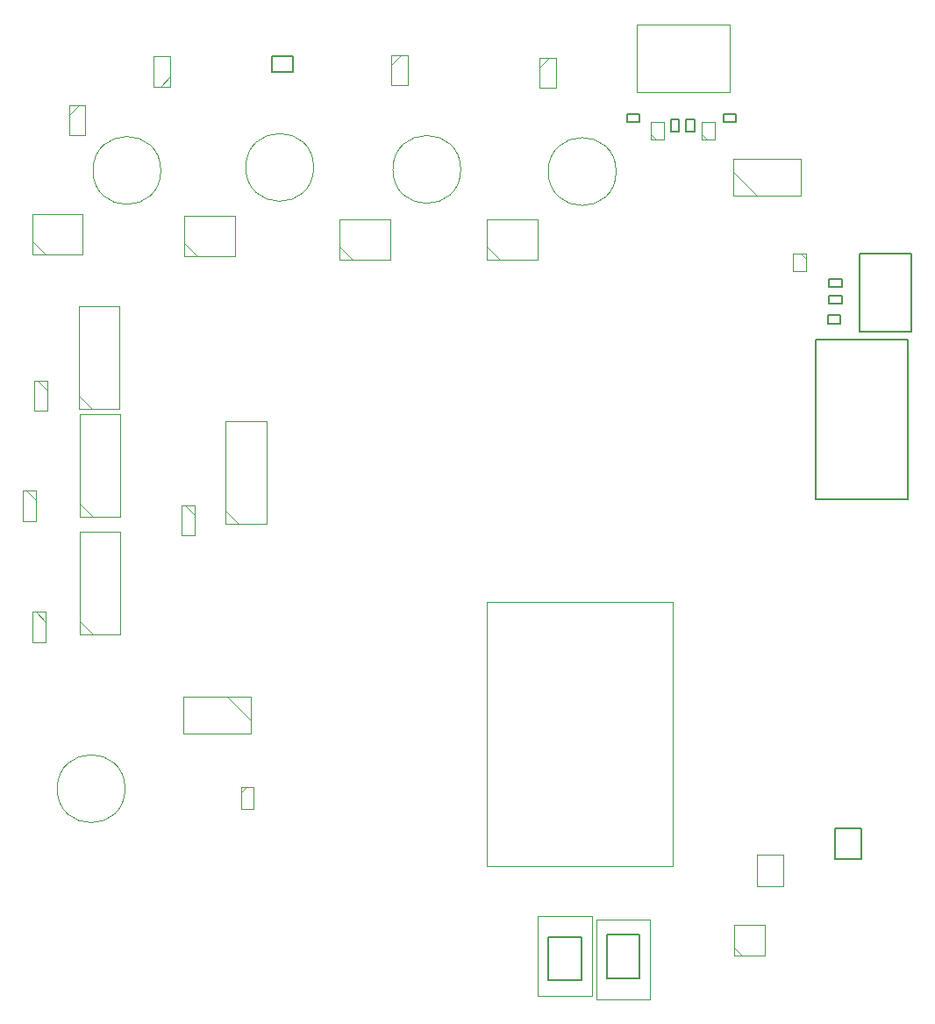
<source format=gbr>
%TF.GenerationSoftware,Altium Limited,Altium Designer,21.7.2 (23)*%
G04 Layer_Color=16711935*
%FSLAX24Y24*%
%MOIN*%
%TF.SameCoordinates,DA776ED6-ADCF-4D54-B547-66972558000F*%
%TF.FilePolarity,Positive*%
%TF.FileFunction,Other,Mechanical_13*%
%TF.Part,Single*%
G01*
G75*
%TA.AperFunction,NonConductor*%
%ADD77C,0.0079*%
%ADD94C,0.0039*%
D77*
X33732Y19331D02*
X37236D01*
Y25394D01*
X33732D02*
X37236D01*
X33732Y19331D02*
Y25394D01*
X13071Y35571D02*
X13858D01*
X13071D02*
Y36161D01*
X13858D01*
Y35571D02*
Y36161D01*
X34469Y5669D02*
X35453D01*
Y6850D01*
X34469D02*
X35453D01*
X34469Y5669D02*
Y6850D01*
X34213Y26339D02*
X34685D01*
Y26024D02*
Y26339D01*
X34213Y26024D02*
X34685D01*
X34213D02*
Y26339D01*
X35413Y25709D02*
Y28661D01*
X37382D01*
Y25709D02*
Y28661D01*
X35413Y25709D02*
X37382D01*
X24838Y1062D02*
Y2715D01*
X23578Y1062D02*
X24838D01*
X23578D02*
Y2715D01*
X24838D01*
X25787Y1142D02*
Y2795D01*
X27047D01*
Y1142D02*
Y2795D01*
X25787Y1142D02*
X27047D01*
X26575Y33661D02*
Y33976D01*
Y33661D02*
X27047D01*
Y33976D01*
X26575D02*
X27047D01*
X30709Y33661D02*
Y33976D01*
X30236D02*
X30709D01*
X30236Y33661D02*
Y33976D01*
Y33661D02*
X30709D01*
X34252Y26772D02*
Y27087D01*
Y26772D02*
X34724D01*
Y27087D01*
X34252D02*
X34724D01*
X34252Y27402D02*
Y27717D01*
Y27402D02*
X34724D01*
Y27717D01*
X34252D02*
X34724D01*
X28819Y33307D02*
X29134D01*
Y33780D01*
X28819D02*
X29134D01*
X28819Y33307D02*
Y33780D01*
X28228Y33307D02*
X28543D01*
Y33780D01*
X28228D02*
X28543D01*
X28228Y33307D02*
Y33780D01*
D94*
X14656Y31949D02*
G03*
X14656Y31949I-1289J0D01*
G01*
X20246Y31870D02*
G03*
X20246Y31870I-1289J0D01*
G01*
X8848Y31831D02*
G03*
X8848Y31831I-1289J0D01*
G01*
X26152Y31791D02*
G03*
X26152Y31791I-1289J0D01*
G01*
X7490Y8346D02*
G03*
X7490Y8346I-1289J0D01*
G01*
X23228Y35748D02*
X23602Y36122D01*
X23228Y34980D02*
Y36122D01*
Y34980D02*
X23858D01*
Y36122D01*
X23228D02*
X23858D01*
X17598Y35827D02*
X17972Y36201D01*
X17598Y35059D02*
Y36201D01*
Y35059D02*
X18228D01*
Y36201D01*
X17598D02*
X18228D01*
X8839Y35020D02*
X9213Y35394D01*
Y35020D02*
Y36161D01*
X8583D02*
X9213D01*
X8583Y35020D02*
Y36161D01*
Y35020D02*
X9213D01*
X21220Y5398D02*
Y15437D01*
Y5398D02*
X28307D01*
Y15437D01*
X21220D02*
X28307D01*
X11319Y18406D02*
X12854D01*
Y22303D01*
X11319D02*
X12854D01*
X11319Y18406D02*
Y22303D01*
Y18906D02*
X11819Y18406D01*
X9626Y19114D02*
X10138D01*
X9626Y17972D02*
Y19114D01*
Y17972D02*
X10138D01*
Y19114D01*
X9764D02*
X10138Y18740D01*
X5768Y18681D02*
X7303D01*
Y22579D01*
X5768D02*
X7303D01*
X5768Y18681D02*
Y22579D01*
Y19181D02*
X6268Y18681D01*
X3957Y15059D02*
X4469D01*
X3957Y13917D02*
Y15059D01*
Y13917D02*
X4469D01*
Y15059D01*
X4094D02*
X4469Y14685D01*
X3602Y19665D02*
X4114D01*
X3602Y18524D02*
Y19665D01*
Y18524D02*
X4114D01*
Y19665D01*
X3740D02*
X4114Y19291D01*
X5768Y14193D02*
X7303D01*
Y18091D01*
X5768D02*
X7303D01*
X5768Y14193D02*
Y18091D01*
Y14693D02*
X6268Y14193D01*
X4035Y23839D02*
X4547D01*
X4035Y22697D02*
Y23839D01*
Y22697D02*
X4547D01*
Y23839D01*
X4173D02*
X4547Y23465D01*
X5728Y22776D02*
X7264D01*
Y26673D01*
X5728D02*
X7264D01*
X5728Y22776D02*
Y26673D01*
Y23276D02*
X6228Y22776D01*
X15630Y28945D02*
X16130Y28445D01*
X15630D02*
X17559D01*
Y29980D01*
X15630D02*
X17559D01*
X15630Y28445D02*
Y29980D01*
X3957Y29142D02*
X4457Y28642D01*
X3957D02*
X5886D01*
Y30177D01*
X3957D02*
X5886D01*
X3957Y28642D02*
Y30177D01*
X9724Y29063D02*
X10224Y28563D01*
X9724D02*
X11654D01*
Y30098D01*
X9724D02*
X11654D01*
X9724Y28563D02*
Y30098D01*
X30461Y34823D02*
Y37382D01*
X26941D02*
X30461D01*
X26941Y34823D02*
Y37382D01*
Y34823D02*
X30461D01*
X21244Y28947D02*
X21744Y28447D01*
X21244D02*
X23174D01*
Y29983D01*
X21244D02*
X23174D01*
X21244Y28447D02*
Y29983D01*
X30630Y2008D02*
Y3189D01*
X31811D01*
Y2008D02*
Y3189D01*
X30630Y2008D02*
X31811D01*
X30630Y2303D02*
X30925Y2008D01*
X5354Y33937D02*
X5728Y34311D01*
X5354Y33169D02*
Y34311D01*
Y33169D02*
X5984D01*
Y34311D01*
X5354D02*
X5984D01*
X31516Y5827D02*
X32500D01*
X31516Y4636D02*
Y5827D01*
X32500Y4636D02*
Y5827D01*
X31516Y4636D02*
X32500D01*
X11890Y8209D02*
X12087Y8406D01*
X11890Y7579D02*
Y8406D01*
Y7579D02*
X12362D01*
Y8406D01*
X11890D02*
X12362D01*
X30609Y30885D02*
Y32265D01*
X33170D01*
Y30885D02*
Y32265D01*
X30609Y30885D02*
X33170D01*
X30609Y31787D02*
X31511Y30885D01*
X27461Y33012D02*
Y33681D01*
X27972D01*
Y33012D02*
Y33681D01*
X27461Y33012D02*
X27972D01*
X27461Y33224D02*
X27672Y33012D01*
X25231Y471D02*
Y3503D01*
X23184Y471D02*
X25231D01*
X23184D02*
Y3503D01*
X25231D01*
X25394Y354D02*
Y3386D01*
X27441D01*
Y354D02*
Y3386D01*
X25394Y354D02*
X27441D01*
X33154Y28681D02*
X33366Y28469D01*
X32854Y28681D02*
X33366D01*
X32854Y28012D02*
Y28681D01*
Y28012D02*
X33366D01*
Y28681D01*
X29390Y33224D02*
X29602Y33012D01*
X29390D02*
X29902D01*
Y33681D01*
X29390D02*
X29902D01*
X29390Y33012D02*
Y33681D01*
X12261Y10452D02*
Y11832D01*
X9700Y10452D02*
X12261D01*
X9700D02*
Y11832D01*
X12261D01*
X11359D02*
X12261Y10930D01*
%TF.MD5,b4925838c8201f7972eba724a1220a6a*%
M02*

</source>
